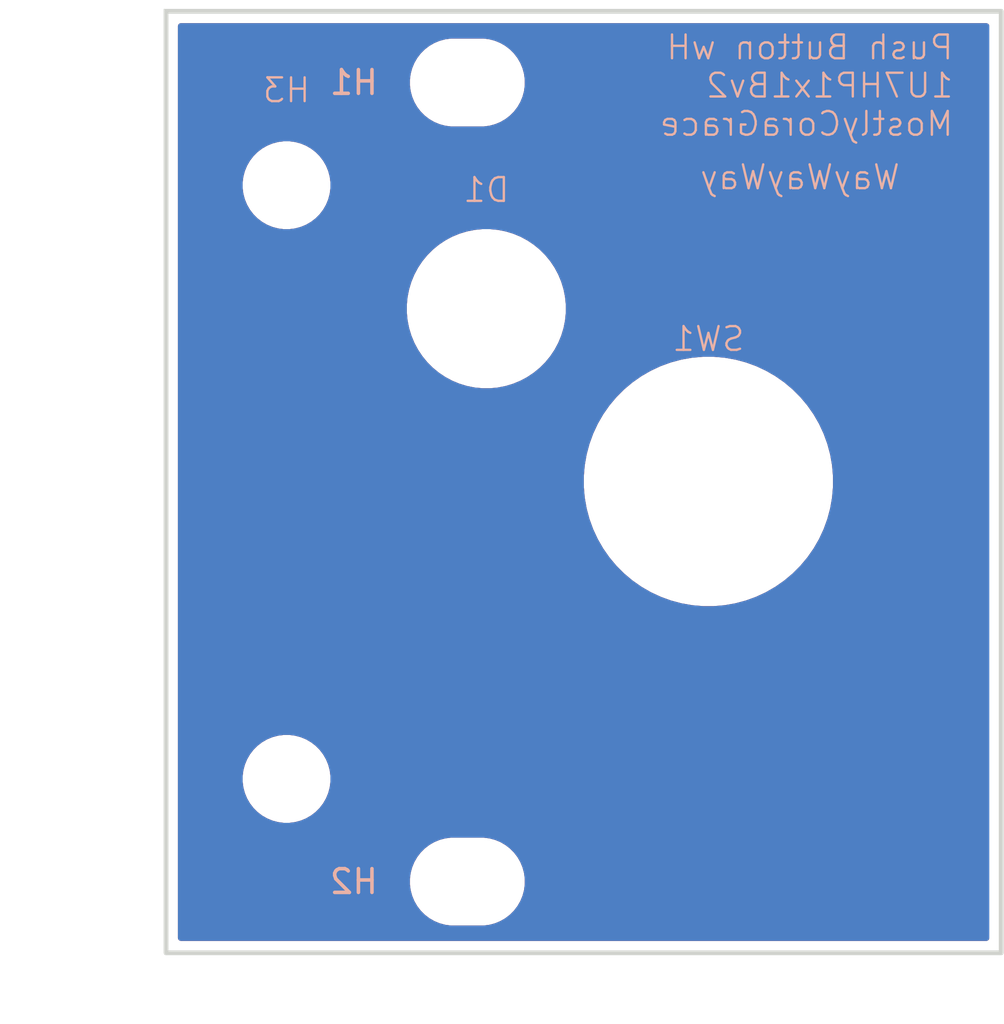
<source format=kicad_pcb>
(kicad_pcb (version 20241229) (generator "pcbnew") (generator_version "9.0")
  (layers (0 "F.Cu" signal) (2 "B.Cu" signal) (13 "F.Paste" user) (15 "B.Paste" user) (5 "F.SilkS" user "F.Silkscreen") (7 "B.SilkS" user "B.Silkscreen") (1 "F.Mask" user) (3 "B.Mask" user) (25 "Edge.Cuts" user))
  (net 0 "")
  (footprint "EXC:SW_M6-M6.35_Panel_Mount_Hole" (layer "F.Cu") (at 22.86 22.225)
    (property "Reference" "SW1" (at 0 -6 0) (layer "B.SilkS") (effects (font (thickness 0.1)) (justify mirror)))
    (property "Value" "SW_M6/M6.35_Panel_Mount_Hole")
    (pad "" np_thru_hole circle (at 0 0) (size 10 10) (drill 10) (layers "*.Cu" "*.Mask"))
  )
  (footprint "EXC:Handle_1UM3P25_A" (layer "F.Cu") (at 5.08 9.75)
    (property "Reference" "H3" (at 0 -4 0) (layer "B.SilkS") (effects (font (thickness 0.1)) (justify mirror)))
    (property "Value" "Handle_1UM3P25_PanelMount_A")
    (pad "" np_thru_hole circle (at 0 0) (size 3.2 3.2) (drill 3.2) (layers "*.Cu" "*.Mask"))
    (pad "" np_thru_hole circle (at 0 25) (size 3.2 3.2) (drill 3.2) (layers "*.Cu" "*.Mask"))
  )
  (footprint "EXC:6mm_Panel_Mount_LED" (layer "F.Cu") (at 13.5 14.95)
    (property "Reference" "D1" (at 0 -5 0) (layer "B.SilkS") (effects (font (thickness 0.1)) (justify mirror)))
    (property "Value" "6mm_Panel_Mount_LED")
    (pad "" np_thru_hole circle (at 0 0) (size 6.2 6.2) (drill 6.2) (layers "*.Cu" "*.Mask"))
  )
  (footprint "EXC:MountingHole_3.2mm_M3" (layer "F.Cu") (at 12.7 5.425)
    (property "Reference" "H1" (at -3.683 0 0) (layer "B.SilkS") (effects (justify left mirror)))
    (property "Value" "Eurorack_M3_MountingHole")
    (pad "" np_thru_hole oval (at 0 0) (size 4.34 3.2) (drill oval 4.34 3.2) (layers "*.Cu" "*.Mask"))
  )
  (footprint "EXC:MountingHole_3.2mm_M3" (layer "F.Cu") (at 12.7 39.075)
    (property "Reference" "H2" (at -3.683 0 0) (layer "B.SilkS") (effects (justify left mirror)))
    (property "Value" "Eurorack_M3_MountingHole")
    (pad "" np_thru_hole oval (at 0 0) (size 4.34 3.2) (drill oval 4.34 3.2) (layers "*.Cu" "*.Mask"))
  )
  (gr_rect (start 0 2.425) (end 35.2 42.075) (stroke (width 0.2)) (fill no) (layer "Edge.Cuts"))
  (gr_text "WayWayWay" (at 31 10 0) (layer "B.SilkS") (effects (font (size 1 1) (thickness 0.1)) (justify left bottom mirror)))
  (gr_text "Push Button wH\n1U7HP1x1Bv2\nMostlyCoraGrace" (at 33.25 7.75 0) (layer "B.SilkS") (effects (font (size 1 1) (thickness 0.1)) (justify left bottom mirror)))
  (zone (net 0) (net_name "") (layers "F.Cu" "B.Cu") (connect_pads (clearance 0.5)) (min_thickness 0.25) (fill yes (thermal_gap 0.5) (thermal_bridge_width 0.5) (island_removal_mode 1) (island_area_min 10))
    (polygon (pts (xy 0 2.425) (xy 35.2 2.425) (xy 35.2 42.075) (xy 0 42.075)))
  )
)
</source>
